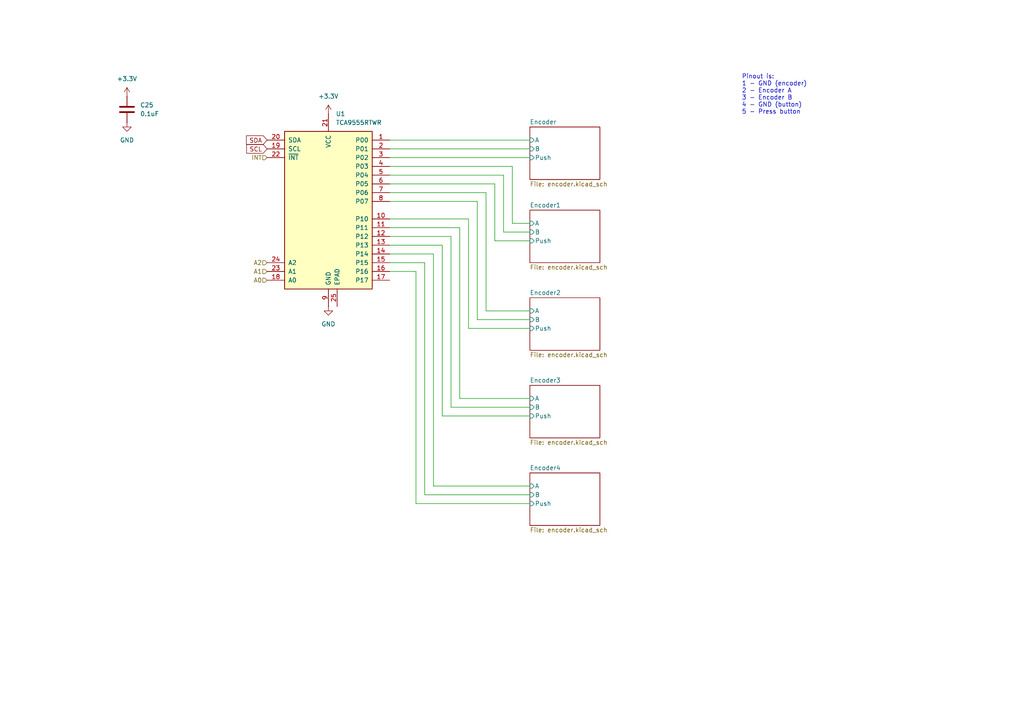
<source format=kicad_sch>
(kicad_sch (version 20250114) (generator "eeschema") (generator_version "9.0")
  (paper "A4")
  (lib_symbols
    (symbol "Device:C" (pin_numbers (hide yes)) (pin_names (offset 0.254))
      (property "Reference" "C" (at 0.635 2.54 0))
      (property "Value" "C" (at 0.635 -2.54 0))
      (symbol "C_0_1"
        (polyline (pts (xy -2.032 0.762) (xy 2.032 0.762)) (stroke (width 0.508)))
        (polyline (pts (xy -2.032 -0.762) (xy 2.032 -0.762)) (stroke (width 0.508)))
      )
      (symbol "C_1_1"
        (pin passive line (at 0 3.81 270) (length 2.794) (name "~") (number "1"))
        (pin passive line (at 0 -3.81 90) (length 2.794) (name "~") (number "2"))
      )
    )
    (symbol "Interface_Expansion:TCA9555RTWR" (pin_names (offset 1.016))
      (property "Reference" "U" (at -11.43 24.13 0))
      (property "Value" "TCA9555RTWR" (at 0 0 0))
      (symbol "TCA9555RTWR_0_1"
        (rectangle (start -12.7 22.86) (end 12.7 -22.86) (stroke (width 0.254)) (fill (type background)))
      )
      (symbol "TCA9555RTWR_1_1"
        (pin bidirectional line (at -17.78 20.32 0) (length 5.08) (name "SDA") (number "20"))
        (pin input line (at -17.78 17.78 0) (length 5.08) (name "SCL") (number "19"))
        (pin open_collector line (at -17.78 15.24 0) (length 5.08) (name "~{INT}") (number "22"))
        (pin input line (at -17.78 -15.24 0) (length 5.08) (name "A2") (number "24"))
        (pin input line (at -17.78 -17.78 0) (length 5.08) (name "A1") (number "23"))
        (pin input line (at -17.78 -20.32 0) (length 5.08) (name "A0") (number "18"))
        (pin power_in line (at 0 27.94 270) (length 5.08) (name "VCC") (number "21"))
        (pin power_in line (at 0 -27.94 90) (length 5.08) (name "GND") (number "9"))
        (pin input line (at 2.54 -27.94 90) (length 5.08) (name "EPAD") (number "25"))
        (pin bidirectional line (at 17.78 20.32 180) (length 5.08) (name "P00") (number "1"))
        (pin bidirectional line (at 17.78 17.78 180) (length 5.08) (name "P01") (number "2"))
        (pin bidirectional line (at 17.78 15.24 180) (length 5.08) (name "P02") (number "3"))
        (pin bidirectional line (at 17.78 12.7 180) (length 5.08) (name "P03") (number "4"))
        (pin bidirectional line (at 17.78 10.16 180) (length 5.08) (name "P04") (number "5"))
        (pin bidirectional line (at 17.78 7.62 180) (length 5.08) (name "P05") (number "6"))
        (pin bidirectional line (at 17.78 5.08 180) (length 5.08) (name "P06") (number "7"))
        (pin bidirectional line (at 17.78 2.54 180) (length 5.08) (name "P07") (number "8"))
        (pin bidirectional line (at 17.78 -2.54 180) (length 5.08) (name "P10") (number "10"))
        (pin bidirectional line (at 17.78 -5.08 180) (length 5.08) (name "P11") (number "11"))
        (pin bidirectional line (at 17.78 -7.62 180) (length 5.08) (name "P12") (number "12"))
        (pin bidirectional line (at 17.78 -10.16 180) (length 5.08) (name "P13") (number "13"))
        (pin bidirectional line (at 17.78 -12.7 180) (length 5.08) (name "P14") (number "14"))
        (pin bidirectional line (at 17.78 -15.24 180) (length 5.08) (name "P15") (number "15"))
        (pin bidirectional line (at 17.78 -17.78 180) (length 5.08) (name "P16") (number "16"))
        (pin bidirectional line (at 17.78 -20.32 180) (length 5.08) (name "P17") (number "17"))
      )
    )
    (symbol "power:+3.3V" (power) (pin_numbers (hide yes)) (pin_names (offset 0) (hide yes))
      (property "Value" "+3.3V" (at 0 3.556 0))
      (symbol "+3.3V_0_1"
        (polyline (pts (xy -0.762 1.27) (xy 0 2.54)))
        (polyline (pts (xy 0 2.54) (xy 0.762 1.27)))
        (polyline (pts (xy 0 0) (xy 0 2.54)))
      )
      (symbol "+3.3V_1_1"
        (pin power_in line (at 0 0 90) (length 0) (name "~") (number "1"))
      )
    )
    (symbol "power:GND" (power) (pin_numbers (hide yes)) (pin_names (offset 0) (hide yes))
      (property "Value" "GND" (at 0 -3.81 0))
      (symbol "GND_0_1"
        (polyline (pts (xy 0 0) (xy 0 -1.27) (xy 1.27 -1.27) (xy 0 -2.54) (xy -1.27 -1.27) (xy 0 -1.27)))
      )
      (symbol "GND_1_1"
        (pin power_in line (at 0 0 270) (length 0) (name "~") (number "1"))
      )
    )
  )
  (text "Pinout is:\n1 - GND (encoder)\n2 - Encoder A\n3 - Encoder B\n4 - GND (button)\n5 - Press button" (at 215.138 27.432 0) (effects (font (size 1.27 1.27)) (justify left)))
  (wire (pts (xy 113.03 43.18) (xy 153.67 43.18)))
  (wire (pts (xy 146.05 50.8) (xy 113.03 50.8)))
  (wire (pts (xy 135.89 95.25) (xy 135.89 63.5)))
  (wire (pts (xy 125.73 140.97) (xy 125.73 73.66)))
  (wire (pts (xy 135.89 63.5) (xy 113.03 63.5)))
  (wire (pts (xy 148.59 64.77) (xy 148.59 48.26)))
  (wire (pts (xy 153.67 120.65) (xy 128.27 120.65)))
  (wire (pts (xy 138.43 92.71) (xy 138.43 58.42)))
  (wire (pts (xy 128.27 71.12) (xy 113.03 71.12)))
  (wire (pts (xy 113.03 40.64) (xy 153.67 40.64)))
  (wire (pts (xy 120.65 78.74) (xy 113.03 78.74)))
  (wire (pts (xy 133.35 115.57) (xy 133.35 66.04)))
  (wire (pts (xy 153.67 90.17) (xy 140.97 90.17)))
  (wire (pts (xy 153.67 69.85) (xy 143.51 69.85)))
  (wire (pts (xy 133.35 66.04) (xy 113.03 66.04)))
  (wire (pts (xy 153.67 95.25) (xy 135.89 95.25)))
  (wire (pts (xy 123.19 143.51) (xy 123.19 76.2)))
  (wire (pts (xy 153.67 143.51) (xy 123.19 143.51)))
  (wire (pts (xy 140.97 55.88) (xy 113.03 55.88)))
  (wire (pts (xy 123.19 76.2) (xy 113.03 76.2)))
  (wire (pts (xy 143.51 69.85) (xy 143.51 53.34)))
  (wire (pts (xy 128.27 120.65) (xy 128.27 71.12)))
  (wire (pts (xy 153.67 67.31) (xy 146.05 67.31)))
  (wire (pts (xy 120.65 146.05) (xy 120.65 78.74)))
  (wire (pts (xy 153.67 64.77) (xy 148.59 64.77)))
  (wire (pts (xy 138.43 58.42) (xy 113.03 58.42)))
  (wire (pts (xy 153.67 92.71) (xy 138.43 92.71)))
  (wire (pts (xy 113.03 45.72) (xy 153.67 45.72)))
  (wire (pts (xy 153.67 140.97) (xy 125.73 140.97)))
  (wire (pts (xy 146.05 67.31) (xy 146.05 50.8)))
  (wire (pts (xy 130.81 118.11) (xy 130.81 68.58)))
  (wire (pts (xy 130.81 68.58) (xy 113.03 68.58)))
  (wire (pts (xy 143.51 53.34) (xy 113.03 53.34)))
  (wire (pts (xy 140.97 90.17) (xy 140.97 55.88)))
  (wire (pts (xy 148.59 48.26) (xy 113.03 48.26)))
  (wire (pts (xy 125.73 73.66) (xy 113.03 73.66)))
  (wire (pts (xy 153.67 118.11) (xy 130.81 118.11)))
  (wire (pts (xy 153.67 146.05) (xy 120.65 146.05)))
  (wire (pts (xy 153.67 115.57) (xy 133.35 115.57)))
  (global_label "SCL" (shape input) (at 77.47 43.18 180) (property "Intersheetrefs" "${INTERSHEET_REFS}" (effects (hide yes))))
  (global_label "SDA" (shape input) (at 77.47 40.64 180) (property "Intersheetrefs" "${INTERSHEET_REFS}" (effects (hide yes))))
  (hierarchical_label "INT" (shape input) (at 77.47 45.72 180))
  (hierarchical_label "A2" (shape input) (at 77.47 76.2 180))
  (hierarchical_label "A0" (shape input) (at 77.47 81.28 180))
  (hierarchical_label "A1" (shape input) (at 77.47 78.74 180))
  (symbol (lib_id "power:GND") (at 36.83 35.56 0) (unit 1)
    (property "Reference" "#PWR071" (effects (hide yes)))
    (property "Value" "GND" (at 36.83 40.64 0))
    (property "Description" "Power symbol creates a global label with name \"GND\" , ground" (effects (hide yes)))
  )
  (symbol (lib_id "power:+3.3V") (at 95.25 33.02 0) (unit 1)
    (property "Reference" "#PWR07" (effects (hide yes)))
    (property "Value" "+3.3V" (at 95.25 27.94 0))
    (property "Description" "Power symbol creates a global label with name \"+3.3V\"" (effects (hide yes)))
  )
  (symbol (lib_id "power:GND") (at 95.25 88.9 0) (unit 1)
    (property "Reference" "#PWR05" (effects (hide yes)))
    (property "Value" "GND" (at 95.25 93.98 0))
    (property "Description" "Power symbol creates a global label with name \"GND\" , ground" (effects (hide yes)))
  )
  (symbol (lib_id "Device:C") (at 36.83 31.75 0) (unit 1)
    (property "Reference" "C25" (at 40.64 30.4799 0) (effects (justify left)))
    (property "Value" "0.1uF" (at 40.64 33.0199 0) (effects (justify left)))
    (property "Footprint" "Capacitor_SMD:C_0603_1608Metric" (effects (hide yes)))
    (property "Description" "Unpolarized capacitor" (effects (hide yes)))
    (property "LCSC Part Number" "C14663" (effects (hide yes)))
  )
  (symbol (lib_id "power:+3.3V") (at 36.83 27.94 0) (unit 1)
    (property "Reference" "#PWR070" (effects (hide yes)))
    (property "Value" "+3.3V" (at 36.83 22.86 0))
    (property "Description" "Power symbol creates a global label with name \"+3.3V\"" (effects (hide yes)))
  )
  (symbol (lib_id "Interface_Expansion:TCA9555RTWR") (at 95.25 60.96 0) (unit 1)
    (property "Reference" "U1" (at 97.3933 33.02 0) (effects (justify left)))
    (property "Value" "TCA9555RTWR" (at 97.3933 35.56 0) (effects (justify left)))
    (property "Footprint" "Package_DFN_QFN:WQFN-24-1EP_4x4mm_P0.5mm_EP2.45x2.45mm" (effects (hide yes)))
    (property "Datasheet" "http://www.ti.com/lit/ds/symlink/tca9555.pdf" (effects (hide yes)))
    (property "Description" "16-bit I/O expander, I2C and SMBus interface, interrupts, w/ pull-ups, QFN-24" (effects (hide yes)))
    (property "LCSC Part Number" "C140277" (effects (hide yes)))
  )
  (sheet (at 153.67 86.36) (size 20.32 15.24) (stroke (width 0.1524))
    (property "Sheetname" "Encoder2" (at 153.67 85.6484 0) (effects (justify left bottom)))
    (property "Sheetfile" "encoder.kicad_sch" (at 153.67 102.1846 0) (effects (justify left top)))
    (pin "A" input (at 153.67 90.17 180))
    (pin "B" input (at 153.67 92.71 180))
    (pin "Push" input (at 153.67 95.25 180))
  )
  (sheet (at 153.67 36.83) (size 20.32 15.24) (stroke (width 0.1524))
    (property "Sheetname" "Encoder" (at 153.67 36.1184 0) (effects (justify left bottom)))
    (property "Sheetfile" "encoder.kicad_sch" (at 153.67 52.6546 0) (effects (justify left top)))
    (pin "A" input (at 153.67 40.64 180))
    (pin "B" input (at 153.67 43.18 180))
    (pin "Push" input (at 153.67 45.72 180))
  )
  (sheet (at 153.67 60.96) (size 20.32 15.24) (stroke (width 0.1524))
    (property "Sheetname" "Encoder1" (at 153.67 60.2484 0) (effects (justify left bottom)))
    (property "Sheetfile" "encoder.kicad_sch" (at 153.67 76.7846 0) (effects (justify left top)))
    (pin "A" input (at 153.67 64.77 180))
    (pin "B" input (at 153.67 67.31 180))
    (pin "Push" input (at 153.67 69.85 180))
  )
  (sheet (at 153.67 111.76) (size 20.32 15.24) (stroke (width 0.1524))
    (property "Sheetname" "Encoder3" (at 153.67 111.0484 0) (effects (justify left bottom)))
    (property "Sheetfile" "encoder.kicad_sch" (at 153.67 127.5846 0) (effects (justify left top)))
    (pin "A" input (at 153.67 115.57 180))
    (pin "B" input (at 153.67 118.11 180))
    (pin "Push" input (at 153.67 120.65 180))
  )
  (sheet (at 153.67 137.16) (size 20.32 15.24) (stroke (width 0.1524))
    (property "Sheetname" "Encoder4" (at 153.67 136.4484 0) (effects (justify left bottom)))
    (property "Sheetfile" "encoder.kicad_sch" (at 153.67 152.9846 0) (effects (justify left top)))
    (pin "A" input (at 153.67 140.97 180))
    (pin "B" input (at 153.67 143.51 180))
    (pin "Push" input (at 153.67 146.05 180))
  )
)
</source>
